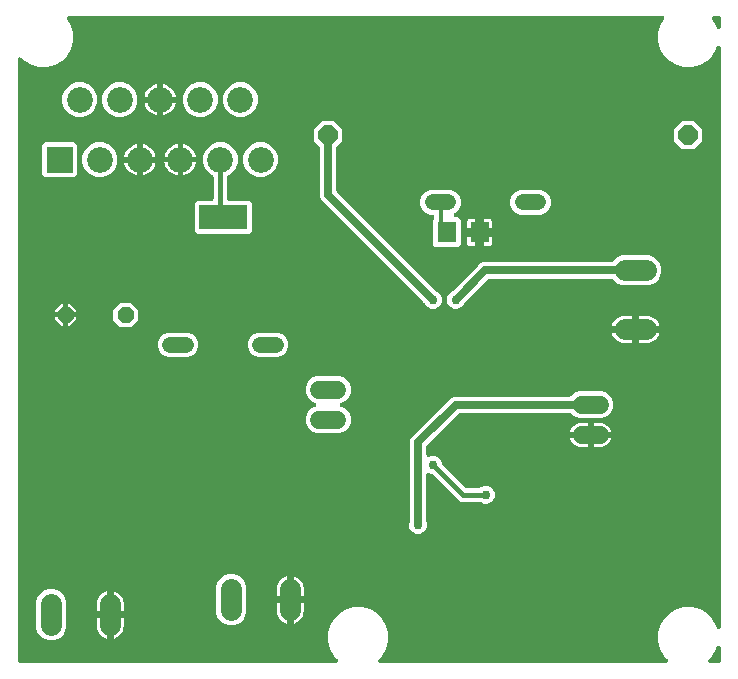
<source format=gbr>
G04 EAGLE Gerber RS-274X export*
G75*
%MOMM*%
%FSLAX34Y34*%
%LPD*%
%INBottom Copper*%
%IPPOS*%
%AMOC8*
5,1,8,0,0,1.08239X$1,22.5*%
G01*
%ADD10P,1.429621X8X202.500000*%
%ADD11R,1.600000X1.800000*%
%ADD12C,1.320800*%
%ADD13C,1.524000*%
%ADD14P,1.785944X8X22.500000*%
%ADD15R,2.184400X2.184400*%
%ADD16C,2.184400*%
%ADD17C,1.790700*%
%ADD18R,4.064000X2.032000*%
%ADD19C,0.756400*%
%ADD20C,0.635000*%
%ADD21C,0.304800*%
%ADD22C,0.381000*%

G36*
X279553Y10164D02*
X279553Y10164D01*
X279586Y10162D01*
X279747Y10184D01*
X279908Y10201D01*
X279939Y10211D01*
X279972Y10215D01*
X280125Y10270D01*
X280279Y10319D01*
X280308Y10335D01*
X280340Y10346D01*
X280478Y10430D01*
X280619Y10510D01*
X280644Y10532D01*
X280672Y10549D01*
X280791Y10660D01*
X280913Y10766D01*
X280933Y10793D01*
X280957Y10815D01*
X281050Y10948D01*
X281148Y11077D01*
X281162Y11107D01*
X281181Y11134D01*
X281245Y11283D01*
X281315Y11429D01*
X281323Y11461D01*
X281336Y11492D01*
X281369Y11651D01*
X281407Y11808D01*
X281408Y11841D01*
X281415Y11874D01*
X281414Y12036D01*
X281420Y12198D01*
X281414Y12230D01*
X281414Y12264D01*
X281380Y12422D01*
X281353Y12582D01*
X281341Y12612D01*
X281334Y12645D01*
X281269Y12794D01*
X281209Y12944D01*
X281191Y12972D01*
X281178Y13002D01*
X281127Y13069D01*
X280995Y13269D01*
X280911Y13353D01*
X280866Y13411D01*
X278124Y16154D01*
X274780Y21946D01*
X273049Y28406D01*
X273049Y35094D01*
X274780Y41554D01*
X278124Y47346D01*
X282854Y52076D01*
X288646Y55420D01*
X295106Y57151D01*
X301794Y57151D01*
X308254Y55420D01*
X314046Y52076D01*
X318776Y47346D01*
X322120Y41554D01*
X323851Y35094D01*
X323851Y28406D01*
X322120Y21946D01*
X318776Y16154D01*
X316034Y13411D01*
X316013Y13386D01*
X315987Y13364D01*
X315890Y13235D01*
X315788Y13109D01*
X315772Y13080D01*
X315752Y13053D01*
X315683Y12907D01*
X315608Y12763D01*
X315599Y12731D01*
X315585Y12701D01*
X315547Y12544D01*
X315503Y12388D01*
X315501Y12354D01*
X315493Y12322D01*
X315488Y12160D01*
X315477Y11999D01*
X315482Y11966D01*
X315480Y11932D01*
X315508Y11773D01*
X315530Y11613D01*
X315541Y11581D01*
X315547Y11548D01*
X315607Y11398D01*
X315661Y11245D01*
X315679Y11217D01*
X315691Y11186D01*
X315780Y11051D01*
X315864Y10913D01*
X315887Y10888D01*
X315905Y10860D01*
X316020Y10746D01*
X316131Y10628D01*
X316158Y10609D01*
X316181Y10585D01*
X316317Y10497D01*
X316449Y10404D01*
X316480Y10391D01*
X316508Y10372D01*
X316658Y10313D01*
X316807Y10249D01*
X316840Y10242D01*
X316871Y10230D01*
X316953Y10219D01*
X317189Y10170D01*
X317308Y10171D01*
X317380Y10161D01*
X558920Y10161D01*
X558953Y10164D01*
X558986Y10162D01*
X559147Y10184D01*
X559308Y10201D01*
X559339Y10211D01*
X559372Y10215D01*
X559525Y10270D01*
X559679Y10319D01*
X559708Y10335D01*
X559740Y10346D01*
X559878Y10430D01*
X560019Y10510D01*
X560044Y10532D01*
X560072Y10549D01*
X560191Y10660D01*
X560313Y10766D01*
X560333Y10793D01*
X560357Y10815D01*
X560450Y10948D01*
X560548Y11077D01*
X560562Y11107D01*
X560581Y11134D01*
X560645Y11283D01*
X560715Y11429D01*
X560723Y11461D01*
X560736Y11492D01*
X560769Y11651D01*
X560807Y11808D01*
X560808Y11841D01*
X560815Y11874D01*
X560814Y12036D01*
X560820Y12198D01*
X560814Y12230D01*
X560814Y12264D01*
X560780Y12422D01*
X560753Y12582D01*
X560741Y12612D01*
X560734Y12645D01*
X560669Y12794D01*
X560609Y12944D01*
X560591Y12972D01*
X560578Y13002D01*
X560527Y13069D01*
X560395Y13269D01*
X560311Y13353D01*
X560266Y13411D01*
X557524Y16154D01*
X554180Y21946D01*
X552449Y28406D01*
X552449Y35094D01*
X554180Y41554D01*
X557524Y47346D01*
X562254Y52076D01*
X568046Y55420D01*
X574506Y57151D01*
X581194Y57151D01*
X587654Y55420D01*
X593446Y52076D01*
X598176Y47346D01*
X601520Y41554D01*
X601846Y40338D01*
X601896Y40206D01*
X601939Y40071D01*
X601965Y40024D01*
X601985Y39974D01*
X602061Y39855D01*
X602130Y39732D01*
X602165Y39691D01*
X602195Y39645D01*
X602293Y39544D01*
X602386Y39438D01*
X602429Y39405D01*
X602467Y39367D01*
X602584Y39288D01*
X602697Y39203D01*
X602746Y39180D01*
X602791Y39149D01*
X602922Y39096D01*
X603049Y39036D01*
X603102Y39023D01*
X603152Y39003D01*
X603291Y38977D01*
X603428Y38944D01*
X603482Y38942D01*
X603535Y38932D01*
X603676Y38936D01*
X603818Y38931D01*
X603871Y38940D01*
X603925Y38942D01*
X604063Y38974D01*
X604202Y38998D01*
X604252Y39018D01*
X604305Y39030D01*
X604433Y39090D01*
X604564Y39141D01*
X604609Y39171D01*
X604658Y39194D01*
X604772Y39278D01*
X604890Y39356D01*
X604928Y39394D01*
X604971Y39426D01*
X605065Y39532D01*
X605165Y39632D01*
X605194Y39677D01*
X605230Y39718D01*
X605301Y39840D01*
X605378Y39958D01*
X605397Y40009D01*
X605424Y40056D01*
X605468Y40190D01*
X605520Y40321D01*
X605526Y40365D01*
X605546Y40426D01*
X605589Y40813D01*
X605588Y40822D01*
X605589Y40831D01*
X605589Y530669D01*
X605575Y530810D01*
X605568Y530951D01*
X605555Y531003D01*
X605549Y531057D01*
X605507Y531192D01*
X605472Y531328D01*
X605448Y531377D01*
X605431Y531429D01*
X605362Y531552D01*
X605300Y531678D01*
X605267Y531721D01*
X605240Y531768D01*
X605147Y531875D01*
X605061Y531986D01*
X605019Y532021D01*
X604984Y532062D01*
X604871Y532147D01*
X604764Y532239D01*
X604716Y532265D01*
X604673Y532297D01*
X604545Y532358D01*
X604422Y532425D01*
X604370Y532441D01*
X604321Y532464D01*
X604184Y532498D01*
X604049Y532539D01*
X603995Y532543D01*
X603942Y532556D01*
X603801Y532561D01*
X603660Y532573D01*
X603607Y532567D01*
X603552Y532569D01*
X603414Y532545D01*
X603273Y532529D01*
X603222Y532511D01*
X603168Y532502D01*
X603037Y532450D01*
X602903Y532406D01*
X602856Y532378D01*
X602806Y532359D01*
X602688Y532281D01*
X602566Y532210D01*
X602526Y532174D01*
X602481Y532144D01*
X602381Y532044D01*
X602276Y531950D01*
X602244Y531906D01*
X602205Y531868D01*
X602128Y531750D01*
X602045Y531636D01*
X602027Y531595D01*
X601992Y531542D01*
X601850Y531179D01*
X601849Y531170D01*
X601846Y531162D01*
X601520Y529946D01*
X598176Y524154D01*
X593446Y519424D01*
X587654Y516080D01*
X581194Y514349D01*
X574506Y514349D01*
X568046Y516080D01*
X562254Y519424D01*
X557524Y524154D01*
X554180Y529946D01*
X552449Y536406D01*
X552449Y543094D01*
X554180Y549554D01*
X557430Y555183D01*
X557501Y555342D01*
X557576Y555499D01*
X557581Y555520D01*
X557589Y555539D01*
X557627Y555709D01*
X557668Y555878D01*
X557668Y555899D01*
X557673Y555919D01*
X557675Y556094D01*
X557680Y556268D01*
X557677Y556288D01*
X557677Y556309D01*
X557643Y556481D01*
X557614Y556652D01*
X557606Y556671D01*
X557602Y556692D01*
X557534Y556852D01*
X557470Y557014D01*
X557459Y557031D01*
X557450Y557051D01*
X557351Y557194D01*
X557256Y557340D01*
X557241Y557354D01*
X557229Y557372D01*
X557103Y557492D01*
X556980Y557615D01*
X556962Y557626D01*
X556947Y557641D01*
X556799Y557732D01*
X556653Y557828D01*
X556634Y557835D01*
X556616Y557846D01*
X556452Y557906D01*
X556290Y557970D01*
X556273Y557972D01*
X556250Y557981D01*
X555864Y558037D01*
X555815Y558035D01*
X555781Y558039D01*
X53819Y558039D01*
X53646Y558021D01*
X53472Y558007D01*
X53452Y558001D01*
X53431Y557999D01*
X53266Y557947D01*
X53098Y557898D01*
X53080Y557888D01*
X53060Y557881D01*
X52908Y557796D01*
X52755Y557714D01*
X52738Y557700D01*
X52720Y557690D01*
X52589Y557576D01*
X52455Y557464D01*
X52442Y557448D01*
X52427Y557434D01*
X52322Y557295D01*
X52213Y557158D01*
X52204Y557140D01*
X52191Y557123D01*
X52117Y556966D01*
X52039Y556810D01*
X52033Y556790D01*
X52024Y556771D01*
X51983Y556602D01*
X51938Y556433D01*
X51937Y556412D01*
X51932Y556392D01*
X51927Y556219D01*
X51917Y556044D01*
X51920Y556023D01*
X51920Y556002D01*
X51949Y555831D01*
X51975Y555659D01*
X51982Y555642D01*
X51986Y555618D01*
X52130Y555256D01*
X52157Y555215D01*
X52170Y555183D01*
X55420Y549554D01*
X57151Y543094D01*
X57151Y536406D01*
X55420Y529946D01*
X52076Y524154D01*
X47346Y519424D01*
X41554Y516080D01*
X35094Y514349D01*
X28406Y514349D01*
X21946Y516080D01*
X16154Y519424D01*
X13411Y522166D01*
X13386Y522187D01*
X13364Y522213D01*
X13235Y522310D01*
X13109Y522412D01*
X13080Y522428D01*
X13053Y522448D01*
X12907Y522517D01*
X12763Y522592D01*
X12731Y522601D01*
X12701Y522615D01*
X12544Y522653D01*
X12388Y522697D01*
X12354Y522699D01*
X12322Y522707D01*
X12160Y522712D01*
X11999Y522723D01*
X11966Y522718D01*
X11932Y522720D01*
X11773Y522692D01*
X11613Y522670D01*
X11581Y522659D01*
X11548Y522653D01*
X11398Y522593D01*
X11245Y522539D01*
X11217Y522521D01*
X11186Y522509D01*
X11051Y522420D01*
X10913Y522336D01*
X10888Y522313D01*
X10860Y522295D01*
X10746Y522180D01*
X10628Y522069D01*
X10609Y522042D01*
X10585Y522019D01*
X10497Y521883D01*
X10404Y521751D01*
X10391Y521720D01*
X10372Y521692D01*
X10313Y521542D01*
X10249Y521393D01*
X10242Y521360D01*
X10230Y521329D01*
X10219Y521247D01*
X10170Y521011D01*
X10171Y520892D01*
X10161Y520820D01*
X10161Y12065D01*
X10168Y11999D01*
X10165Y11932D01*
X10187Y11805D01*
X10201Y11677D01*
X10221Y11614D01*
X10232Y11548D01*
X10280Y11429D01*
X10319Y11306D01*
X10351Y11248D01*
X10376Y11186D01*
X10447Y11079D01*
X10510Y10966D01*
X10554Y10916D01*
X10590Y10860D01*
X10681Y10769D01*
X10766Y10672D01*
X10819Y10632D01*
X10866Y10585D01*
X10974Y10515D01*
X11077Y10437D01*
X11137Y10409D01*
X11193Y10372D01*
X11313Y10325D01*
X11429Y10270D01*
X11494Y10254D01*
X11556Y10230D01*
X11642Y10218D01*
X11808Y10178D01*
X11978Y10173D01*
X12065Y10161D01*
X279520Y10161D01*
X279553Y10164D01*
G37*
%LPC*%
G36*
X347740Y119407D02*
X347740Y119407D01*
X344949Y120563D01*
X342813Y122699D01*
X341657Y125490D01*
X341657Y128510D01*
X342119Y129626D01*
X342153Y129737D01*
X342195Y129845D01*
X342203Y129907D01*
X342231Y129999D01*
X342256Y130293D01*
X342264Y130355D01*
X342264Y198240D01*
X343328Y200807D01*
X377043Y234522D01*
X379610Y235586D01*
X477711Y235586D01*
X477810Y235596D01*
X477910Y235596D01*
X478004Y235616D01*
X478099Y235626D01*
X478194Y235656D01*
X478292Y235676D01*
X478379Y235715D01*
X478471Y235744D01*
X478558Y235793D01*
X478649Y235832D01*
X478707Y235877D01*
X478810Y235935D01*
X478992Y236093D01*
X479058Y236143D01*
X481205Y238290D01*
X485406Y240031D01*
X505194Y240031D01*
X509395Y238290D01*
X512610Y235075D01*
X514351Y230874D01*
X514351Y226326D01*
X512610Y222125D01*
X509395Y218910D01*
X505194Y217169D01*
X485406Y217169D01*
X481205Y218910D01*
X479058Y221057D01*
X478981Y221119D01*
X478910Y221190D01*
X478830Y221242D01*
X478756Y221302D01*
X478667Y221348D01*
X478584Y221403D01*
X478494Y221438D01*
X478409Y221482D01*
X478314Y221509D01*
X478221Y221545D01*
X478149Y221555D01*
X478034Y221587D01*
X477794Y221603D01*
X477711Y221614D01*
X384682Y221614D01*
X384583Y221604D01*
X384484Y221604D01*
X384390Y221584D01*
X384295Y221574D01*
X384200Y221544D01*
X384102Y221524D01*
X384014Y221485D01*
X383923Y221456D01*
X383836Y221407D01*
X383745Y221368D01*
X383687Y221323D01*
X383583Y221265D01*
X383402Y221107D01*
X383336Y221057D01*
X356793Y194514D01*
X356731Y194437D01*
X356660Y194366D01*
X356608Y194286D01*
X356548Y194212D01*
X356502Y194123D01*
X356447Y194040D01*
X356412Y193951D01*
X356368Y193866D01*
X356341Y193770D01*
X356305Y193677D01*
X356295Y193605D01*
X356263Y193490D01*
X356247Y193250D01*
X356236Y193168D01*
X356236Y186501D01*
X356241Y186452D01*
X356238Y186402D01*
X356261Y186258D01*
X356276Y186114D01*
X356291Y186066D01*
X356298Y186017D01*
X356350Y185881D01*
X356394Y185742D01*
X356418Y185699D01*
X356436Y185652D01*
X356514Y185529D01*
X356585Y185402D01*
X356618Y185365D01*
X356644Y185323D01*
X356746Y185218D01*
X356841Y185109D01*
X356881Y185079D01*
X356916Y185043D01*
X357036Y184961D01*
X357152Y184873D01*
X357197Y184852D01*
X357238Y184824D01*
X357373Y184769D01*
X357504Y184706D01*
X357552Y184695D01*
X357599Y184676D01*
X357742Y184649D01*
X357883Y184614D01*
X357933Y184613D01*
X357982Y184604D01*
X358127Y184606D01*
X358273Y184602D01*
X358322Y184610D01*
X358372Y184611D01*
X358458Y184634D01*
X358657Y184668D01*
X358790Y184721D01*
X358869Y184742D01*
X360440Y185393D01*
X363460Y185393D01*
X366251Y184237D01*
X368387Y182101D01*
X369543Y179310D01*
X369543Y179079D01*
X369553Y178980D01*
X369553Y178881D01*
X369573Y178787D01*
X369583Y178692D01*
X369613Y178597D01*
X369633Y178499D01*
X369672Y178411D01*
X369701Y178320D01*
X369750Y178233D01*
X369789Y178142D01*
X369834Y178084D01*
X369892Y177980D01*
X370050Y177799D01*
X370100Y177733D01*
X389160Y158673D01*
X389237Y158611D01*
X389308Y158540D01*
X389388Y158488D01*
X389462Y158428D01*
X389551Y158382D01*
X389634Y158327D01*
X389723Y158292D01*
X389808Y158248D01*
X389904Y158221D01*
X389997Y158185D01*
X390069Y158175D01*
X390184Y158143D01*
X390424Y158127D01*
X390506Y158116D01*
X400589Y158116D01*
X400688Y158126D01*
X400788Y158126D01*
X400882Y158146D01*
X400977Y158156D01*
X401072Y158186D01*
X401169Y158206D01*
X401257Y158245D01*
X401348Y158274D01*
X401435Y158323D01*
X401526Y158362D01*
X401585Y158407D01*
X401688Y158465D01*
X401869Y158623D01*
X401936Y158673D01*
X402099Y158837D01*
X404890Y159993D01*
X407910Y159993D01*
X410701Y158837D01*
X412837Y156701D01*
X413993Y153910D01*
X413993Y150890D01*
X412837Y148099D01*
X410701Y145963D01*
X407910Y144807D01*
X404890Y144807D01*
X402099Y145963D01*
X401936Y146127D01*
X401859Y146189D01*
X401788Y146260D01*
X401708Y146312D01*
X401633Y146372D01*
X401545Y146418D01*
X401462Y146473D01*
X401372Y146508D01*
X401287Y146552D01*
X401191Y146579D01*
X401099Y146615D01*
X401026Y146625D01*
X400912Y146657D01*
X400672Y146673D01*
X400589Y146684D01*
X386213Y146684D01*
X384112Y147554D01*
X362017Y169650D01*
X361940Y169712D01*
X361869Y169783D01*
X361789Y169835D01*
X361715Y169895D01*
X361626Y169941D01*
X361543Y169996D01*
X361454Y170031D01*
X361369Y170075D01*
X361273Y170102D01*
X361180Y170138D01*
X361108Y170148D01*
X360993Y170180D01*
X360753Y170196D01*
X360671Y170207D01*
X360440Y170207D01*
X358869Y170858D01*
X358821Y170872D01*
X358776Y170894D01*
X358634Y170928D01*
X358495Y170970D01*
X358446Y170974D01*
X358397Y170986D01*
X358252Y170990D01*
X358107Y171003D01*
X358057Y170997D01*
X358007Y170998D01*
X357864Y170973D01*
X357720Y170956D01*
X357673Y170940D01*
X357623Y170932D01*
X357489Y170878D01*
X357350Y170832D01*
X357307Y170806D01*
X357261Y170788D01*
X357140Y170708D01*
X357014Y170634D01*
X356977Y170601D01*
X356935Y170574D01*
X356833Y170471D01*
X356725Y170373D01*
X356696Y170333D01*
X356660Y170297D01*
X356581Y170175D01*
X356495Y170058D01*
X356475Y170013D01*
X356447Y169971D01*
X356394Y169836D01*
X356334Y169703D01*
X356323Y169655D01*
X356305Y169608D01*
X356293Y169520D01*
X356249Y169323D01*
X356247Y169180D01*
X356236Y169099D01*
X356236Y130355D01*
X356248Y130239D01*
X356250Y130123D01*
X356266Y130062D01*
X356276Y129967D01*
X356365Y129686D01*
X356381Y129626D01*
X356843Y128510D01*
X356843Y125490D01*
X355687Y122699D01*
X353551Y120563D01*
X350760Y119407D01*
X347740Y119407D01*
G37*
%LPD*%
%LPC*%
G36*
X379490Y309907D02*
X379490Y309907D01*
X376699Y311063D01*
X374563Y313199D01*
X373407Y315990D01*
X373407Y319010D01*
X374563Y321801D01*
X376699Y323937D01*
X377815Y324399D01*
X377917Y324454D01*
X378023Y324501D01*
X378073Y324538D01*
X378157Y324584D01*
X378383Y324774D01*
X378432Y324812D01*
X399810Y346189D01*
X402043Y348422D01*
X404610Y349486D01*
X512592Y349486D01*
X512691Y349496D01*
X512791Y349496D01*
X512885Y349516D01*
X512980Y349526D01*
X513075Y349556D01*
X513172Y349576D01*
X513260Y349615D01*
X513351Y349644D01*
X513438Y349693D01*
X513529Y349732D01*
X513587Y349777D01*
X513691Y349835D01*
X513872Y349993D01*
X513939Y350043D01*
X517216Y353321D01*
X521907Y355264D01*
X544893Y355264D01*
X549584Y353321D01*
X553175Y349730D01*
X555118Y345039D01*
X555118Y339961D01*
X553175Y335270D01*
X549584Y331679D01*
X544893Y329736D01*
X521907Y329736D01*
X517216Y331679D01*
X513939Y334957D01*
X513861Y335019D01*
X513791Y335090D01*
X513711Y335142D01*
X513636Y335202D01*
X513548Y335248D01*
X513464Y335303D01*
X513375Y335338D01*
X513290Y335382D01*
X513194Y335409D01*
X513102Y335445D01*
X513029Y335455D01*
X512915Y335487D01*
X512675Y335503D01*
X512592Y335514D01*
X409682Y335514D01*
X409583Y335504D01*
X409484Y335504D01*
X409390Y335484D01*
X409295Y335474D01*
X409200Y335444D01*
X409102Y335424D01*
X409014Y335385D01*
X408923Y335356D01*
X408836Y335307D01*
X408745Y335268D01*
X408687Y335223D01*
X408583Y335165D01*
X408402Y335007D01*
X408336Y334957D01*
X388312Y314932D01*
X388238Y314842D01*
X388158Y314759D01*
X388126Y314705D01*
X388066Y314630D01*
X387930Y314368D01*
X387899Y314315D01*
X387437Y313199D01*
X385301Y311063D01*
X382510Y309907D01*
X379490Y309907D01*
G37*
%LPD*%
%LPC*%
G36*
X360440Y309907D02*
X360440Y309907D01*
X357649Y311063D01*
X355513Y313199D01*
X355051Y314315D01*
X354996Y314417D01*
X354949Y314523D01*
X354912Y314573D01*
X354866Y314657D01*
X354676Y314883D01*
X354638Y314932D01*
X269361Y400210D01*
X267128Y402443D01*
X266064Y405010D01*
X266064Y446341D01*
X266054Y446439D01*
X266054Y446539D01*
X266034Y446633D01*
X266024Y446728D01*
X265994Y446823D01*
X265974Y446921D01*
X265935Y447008D01*
X265906Y447100D01*
X265857Y447187D01*
X265818Y447278D01*
X265773Y447336D01*
X265715Y447439D01*
X265557Y447621D01*
X265507Y447687D01*
X260989Y452204D01*
X260989Y462196D01*
X268054Y469261D01*
X278046Y469261D01*
X285111Y462196D01*
X285111Y452204D01*
X280593Y447687D01*
X280531Y447610D01*
X280460Y447539D01*
X280408Y447459D01*
X280348Y447385D01*
X280302Y447296D01*
X280247Y447213D01*
X280212Y447124D01*
X280168Y447038D01*
X280141Y446943D01*
X280105Y446850D01*
X280095Y446778D01*
X280063Y446663D01*
X280047Y446423D01*
X280036Y446341D01*
X280036Y410082D01*
X280046Y409983D01*
X280046Y409884D01*
X280066Y409790D01*
X280076Y409695D01*
X280106Y409600D01*
X280126Y409502D01*
X280165Y409414D01*
X280194Y409323D01*
X280243Y409236D01*
X280282Y409145D01*
X280327Y409087D01*
X280385Y408983D01*
X280469Y408887D01*
X280494Y408849D01*
X280550Y408793D01*
X280593Y408736D01*
X364518Y324812D01*
X364608Y324738D01*
X364691Y324658D01*
X364745Y324626D01*
X364820Y324566D01*
X365082Y324430D01*
X365135Y324399D01*
X366251Y323937D01*
X368387Y321801D01*
X369543Y319010D01*
X369543Y315990D01*
X368387Y313199D01*
X366251Y311063D01*
X363460Y309907D01*
X360440Y309907D01*
G37*
%LPD*%
%LPC*%
G36*
X162252Y373379D02*
X162252Y373379D01*
X160019Y375612D01*
X160019Y399088D01*
X162252Y401321D01*
X174244Y401321D01*
X174310Y401328D01*
X174377Y401325D01*
X174504Y401347D01*
X174632Y401361D01*
X174695Y401381D01*
X174761Y401392D01*
X174880Y401440D01*
X175003Y401479D01*
X175061Y401511D01*
X175123Y401536D01*
X175230Y401607D01*
X175343Y401670D01*
X175393Y401714D01*
X175449Y401750D01*
X175540Y401841D01*
X175637Y401926D01*
X175677Y401979D01*
X175724Y402026D01*
X175794Y402134D01*
X175872Y402237D01*
X175900Y402297D01*
X175937Y402353D01*
X175984Y402473D01*
X176039Y402589D01*
X176055Y402654D01*
X176079Y402716D01*
X176091Y402802D01*
X176131Y402968D01*
X176136Y403138D01*
X176148Y403225D01*
X176148Y421267D01*
X176140Y421349D01*
X176141Y421432D01*
X176120Y421543D01*
X176108Y421654D01*
X176083Y421733D01*
X176068Y421815D01*
X176024Y421919D01*
X175990Y422026D01*
X175950Y422098D01*
X175918Y422175D01*
X175854Y422267D01*
X175799Y422365D01*
X175744Y422428D01*
X175698Y422497D01*
X175617Y422574D01*
X175543Y422659D01*
X175477Y422709D01*
X175417Y422767D01*
X175346Y422808D01*
X175232Y422894D01*
X175050Y422981D01*
X174973Y423026D01*
X173519Y423628D01*
X169374Y427773D01*
X167131Y433187D01*
X167131Y439049D01*
X169374Y444463D01*
X173519Y448608D01*
X178933Y450851D01*
X184795Y450851D01*
X190209Y448608D01*
X194354Y444463D01*
X196597Y439049D01*
X196597Y433187D01*
X194354Y427773D01*
X190209Y423628D01*
X188755Y423026D01*
X188682Y422986D01*
X188605Y422956D01*
X188511Y422894D01*
X188412Y422841D01*
X188349Y422787D01*
X188279Y422741D01*
X188200Y422662D01*
X188114Y422589D01*
X188063Y422524D01*
X188004Y422465D01*
X187943Y422371D01*
X187874Y422283D01*
X187837Y422208D01*
X187791Y422139D01*
X187750Y422034D01*
X187700Y421934D01*
X187679Y421853D01*
X187649Y421776D01*
X187638Y421695D01*
X187602Y421556D01*
X187592Y421355D01*
X187580Y421267D01*
X187580Y403225D01*
X187587Y403159D01*
X187584Y403092D01*
X187606Y402965D01*
X187620Y402837D01*
X187640Y402774D01*
X187651Y402708D01*
X187699Y402589D01*
X187738Y402466D01*
X187770Y402408D01*
X187795Y402346D01*
X187866Y402239D01*
X187929Y402126D01*
X187973Y402076D01*
X188009Y402020D01*
X188100Y401929D01*
X188185Y401832D01*
X188238Y401792D01*
X188285Y401745D01*
X188393Y401675D01*
X188496Y401597D01*
X188556Y401569D01*
X188612Y401532D01*
X188732Y401485D01*
X188848Y401430D01*
X188913Y401414D01*
X188975Y401390D01*
X189061Y401378D01*
X189227Y401338D01*
X189397Y401333D01*
X189484Y401321D01*
X206048Y401321D01*
X208281Y399088D01*
X208281Y375612D01*
X206048Y373379D01*
X162252Y373379D01*
G37*
%LPD*%
%LPC*%
G36*
X263156Y204469D02*
X263156Y204469D01*
X258955Y206210D01*
X255740Y209425D01*
X253999Y213626D01*
X253999Y218174D01*
X255740Y222375D01*
X258955Y225591D01*
X261973Y226841D01*
X262002Y226857D01*
X262034Y226867D01*
X262174Y226949D01*
X262316Y227026D01*
X262342Y227047D01*
X262370Y227064D01*
X262490Y227173D01*
X262614Y227277D01*
X262635Y227303D01*
X262660Y227326D01*
X262755Y227457D01*
X262855Y227584D01*
X262870Y227613D01*
X262889Y227640D01*
X262956Y227788D01*
X263028Y227933D01*
X263037Y227965D01*
X263050Y227996D01*
X263086Y228153D01*
X263127Y228310D01*
X263128Y228343D01*
X263136Y228376D01*
X263138Y228537D01*
X263146Y228699D01*
X263141Y228732D01*
X263142Y228766D01*
X263111Y228924D01*
X263086Y229085D01*
X263074Y229116D01*
X263068Y229148D01*
X263006Y229298D01*
X262949Y229449D01*
X262931Y229478D01*
X262918Y229508D01*
X262827Y229642D01*
X262740Y229779D01*
X262717Y229803D01*
X262698Y229830D01*
X262582Y229942D01*
X262469Y230059D01*
X262441Y230077D01*
X262417Y230100D01*
X262345Y230142D01*
X262146Y230277D01*
X262036Y230323D01*
X261973Y230359D01*
X258955Y231610D01*
X255740Y234825D01*
X253999Y239026D01*
X253999Y243574D01*
X255740Y247775D01*
X258955Y250990D01*
X263156Y252731D01*
X282944Y252731D01*
X287145Y250990D01*
X290360Y247775D01*
X292101Y243574D01*
X292101Y239026D01*
X290360Y234825D01*
X287145Y231610D01*
X284127Y230359D01*
X284097Y230343D01*
X284066Y230333D01*
X283927Y230251D01*
X283784Y230174D01*
X283758Y230153D01*
X283730Y230136D01*
X283610Y230027D01*
X283486Y229923D01*
X283465Y229897D01*
X283441Y229874D01*
X283345Y229744D01*
X283245Y229616D01*
X283230Y229586D01*
X283211Y229560D01*
X283144Y229412D01*
X283072Y229267D01*
X283064Y229235D01*
X283050Y229205D01*
X283014Y229047D01*
X282973Y228890D01*
X282972Y228857D01*
X282964Y228824D01*
X282962Y228663D01*
X282954Y228501D01*
X282959Y228468D01*
X282958Y228434D01*
X282989Y228276D01*
X283014Y228115D01*
X283026Y228084D01*
X283032Y228052D01*
X283094Y227902D01*
X283151Y227751D01*
X283169Y227723D01*
X283182Y227692D01*
X283273Y227558D01*
X283360Y227421D01*
X283383Y227398D01*
X283402Y227370D01*
X283519Y227258D01*
X283631Y227142D01*
X283659Y227123D01*
X283683Y227100D01*
X283755Y227058D01*
X283954Y226923D01*
X284064Y226878D01*
X284127Y226841D01*
X287145Y225591D01*
X290360Y222375D01*
X292101Y218174D01*
X292101Y213626D01*
X290360Y209425D01*
X287145Y206210D01*
X282944Y204469D01*
X263156Y204469D01*
G37*
%LPD*%
%LPC*%
G36*
X363772Y361839D02*
X363772Y361839D01*
X361539Y364072D01*
X361539Y385228D01*
X362408Y386097D01*
X362470Y386174D01*
X362541Y386244D01*
X362593Y386325D01*
X362653Y386399D01*
X362699Y386487D01*
X362754Y386571D01*
X362789Y386660D01*
X362833Y386745D01*
X362860Y386841D01*
X362896Y386934D01*
X362906Y387006D01*
X362938Y387121D01*
X362954Y387361D01*
X362965Y387443D01*
X362965Y387731D01*
X362958Y387797D01*
X362961Y387864D01*
X362939Y387991D01*
X362925Y388119D01*
X362905Y388182D01*
X362894Y388248D01*
X362846Y388367D01*
X362807Y388490D01*
X362775Y388548D01*
X362750Y388610D01*
X362679Y388717D01*
X362616Y388830D01*
X362572Y388880D01*
X362536Y388936D01*
X362445Y389027D01*
X362360Y389124D01*
X362307Y389164D01*
X362260Y389211D01*
X362152Y389281D01*
X362049Y389359D01*
X361989Y389387D01*
X361933Y389424D01*
X361813Y389471D01*
X361697Y389526D01*
X361632Y389542D01*
X361570Y389566D01*
X361484Y389578D01*
X361318Y389618D01*
X361148Y389623D01*
X361061Y389635D01*
X359624Y389635D01*
X355796Y391221D01*
X352867Y394150D01*
X351281Y397978D01*
X351281Y402122D01*
X352867Y405950D01*
X355796Y408879D01*
X359624Y410465D01*
X376976Y410465D01*
X380804Y408879D01*
X383733Y405950D01*
X385319Y402122D01*
X385319Y397978D01*
X383733Y394150D01*
X380804Y391221D01*
X380570Y391124D01*
X380556Y391116D01*
X380540Y391111D01*
X380385Y391024D01*
X380227Y390939D01*
X380215Y390928D01*
X380200Y390920D01*
X380066Y390803D01*
X379929Y390688D01*
X379919Y390675D01*
X379907Y390664D01*
X379799Y390522D01*
X379689Y390381D01*
X379681Y390366D01*
X379671Y390353D01*
X379595Y390192D01*
X379516Y390032D01*
X379511Y390016D01*
X379504Y390001D01*
X379462Y389827D01*
X379417Y389655D01*
X379416Y389638D01*
X379412Y389622D01*
X379406Y389444D01*
X379397Y389266D01*
X379400Y389249D01*
X379399Y389232D01*
X379430Y389057D01*
X379458Y388880D01*
X379463Y388865D01*
X379466Y388848D01*
X379532Y388682D01*
X379595Y388516D01*
X379604Y388502D01*
X379610Y388486D01*
X379708Y388337D01*
X379803Y388186D01*
X379815Y388175D01*
X379824Y388160D01*
X379951Y388034D01*
X380075Y387907D01*
X380088Y387897D01*
X380100Y387885D01*
X380251Y387787D01*
X380397Y387688D01*
X380413Y387681D01*
X380427Y387672D01*
X380593Y387607D01*
X380758Y387539D01*
X380774Y387536D01*
X380790Y387530D01*
X380851Y387522D01*
X381141Y387467D01*
X381237Y387469D01*
X381299Y387461D01*
X382928Y387461D01*
X385161Y385228D01*
X385161Y364072D01*
X382928Y361839D01*
X363772Y361839D01*
G37*
%LPD*%
%LPC*%
G36*
X35961Y29082D02*
X35961Y29082D01*
X31270Y31025D01*
X27679Y34616D01*
X25736Y39307D01*
X25736Y62293D01*
X27679Y66984D01*
X31270Y70575D01*
X35961Y72518D01*
X41039Y72518D01*
X45730Y70575D01*
X49321Y66984D01*
X51264Y62293D01*
X51264Y39307D01*
X49321Y34616D01*
X45730Y31025D01*
X41039Y29082D01*
X35961Y29082D01*
G37*
%LPD*%
%LPC*%
G36*
X188361Y41782D02*
X188361Y41782D01*
X183670Y43725D01*
X180079Y47316D01*
X178136Y52007D01*
X178136Y74993D01*
X180079Y79684D01*
X183670Y83275D01*
X188361Y85218D01*
X193439Y85218D01*
X198130Y83275D01*
X201721Y79684D01*
X203664Y74993D01*
X203664Y52007D01*
X201721Y47316D01*
X198130Y43725D01*
X193439Y41782D01*
X188361Y41782D01*
G37*
%LPD*%
%LPC*%
G36*
X33220Y421385D02*
X33220Y421385D01*
X30987Y423618D01*
X30987Y448618D01*
X33220Y450851D01*
X58220Y450851D01*
X60453Y448618D01*
X60453Y423618D01*
X58220Y421385D01*
X33220Y421385D01*
G37*
%LPD*%
%LPC*%
G36*
X76825Y421385D02*
X76825Y421385D01*
X71411Y423628D01*
X67266Y427773D01*
X65023Y433187D01*
X65023Y439049D01*
X67266Y444463D01*
X71411Y448608D01*
X76825Y450851D01*
X82687Y450851D01*
X88101Y448608D01*
X92246Y444463D01*
X94489Y439049D01*
X94489Y433187D01*
X92246Y427773D01*
X88101Y423628D01*
X82687Y421385D01*
X76825Y421385D01*
G37*
%LPD*%
%LPC*%
G36*
X195951Y472185D02*
X195951Y472185D01*
X190537Y474428D01*
X186392Y478573D01*
X184149Y483987D01*
X184149Y489849D01*
X186392Y495263D01*
X190537Y499408D01*
X195951Y501651D01*
X201813Y501651D01*
X207227Y499408D01*
X211372Y495263D01*
X213615Y489849D01*
X213615Y483987D01*
X211372Y478573D01*
X207227Y474428D01*
X201813Y472185D01*
X195951Y472185D01*
G37*
%LPD*%
%LPC*%
G36*
X161915Y472185D02*
X161915Y472185D01*
X156501Y474428D01*
X152356Y478573D01*
X150113Y483987D01*
X150113Y489849D01*
X152356Y495263D01*
X156501Y499408D01*
X161915Y501651D01*
X167777Y501651D01*
X173191Y499408D01*
X177336Y495263D01*
X179579Y489849D01*
X179579Y483987D01*
X177336Y478573D01*
X173191Y474428D01*
X167777Y472185D01*
X161915Y472185D01*
G37*
%LPD*%
%LPC*%
G36*
X93843Y472185D02*
X93843Y472185D01*
X88429Y474428D01*
X84284Y478573D01*
X82041Y483987D01*
X82041Y489849D01*
X84284Y495263D01*
X88429Y499408D01*
X93843Y501651D01*
X99705Y501651D01*
X105119Y499408D01*
X109264Y495263D01*
X111507Y489849D01*
X111507Y483987D01*
X109264Y478573D01*
X105119Y474428D01*
X99705Y472185D01*
X93843Y472185D01*
G37*
%LPD*%
%LPC*%
G36*
X59807Y472185D02*
X59807Y472185D01*
X54393Y474428D01*
X50248Y478573D01*
X48005Y483987D01*
X48005Y489849D01*
X50248Y495263D01*
X54393Y499408D01*
X59807Y501651D01*
X65669Y501651D01*
X71083Y499408D01*
X75228Y495263D01*
X77471Y489849D01*
X77471Y483987D01*
X75228Y478573D01*
X71083Y474428D01*
X65669Y472185D01*
X59807Y472185D01*
G37*
%LPD*%
%LPC*%
G36*
X212969Y421385D02*
X212969Y421385D01*
X207555Y423628D01*
X203410Y427773D01*
X201167Y433187D01*
X201167Y439049D01*
X203410Y444463D01*
X207555Y448608D01*
X212969Y450851D01*
X218831Y450851D01*
X224245Y448608D01*
X228390Y444463D01*
X230633Y439049D01*
X230633Y433187D01*
X228390Y427773D01*
X224245Y423628D01*
X218831Y421385D01*
X212969Y421385D01*
G37*
%LPD*%
%LPC*%
G36*
X435824Y389635D02*
X435824Y389635D01*
X431996Y391221D01*
X429067Y394150D01*
X427481Y397978D01*
X427481Y402122D01*
X429067Y405950D01*
X431996Y408879D01*
X435824Y410465D01*
X453176Y410465D01*
X457004Y408879D01*
X459933Y405950D01*
X461519Y402122D01*
X461519Y397978D01*
X459933Y394150D01*
X457004Y391221D01*
X453176Y389635D01*
X435824Y389635D01*
G37*
%LPD*%
%LPC*%
G36*
X213574Y268985D02*
X213574Y268985D01*
X209746Y270571D01*
X206817Y273500D01*
X205231Y277328D01*
X205231Y281472D01*
X206817Y285300D01*
X209746Y288229D01*
X213574Y289815D01*
X230926Y289815D01*
X234754Y288229D01*
X237683Y285300D01*
X239269Y281472D01*
X239269Y277328D01*
X237683Y273500D01*
X234754Y270571D01*
X230926Y268985D01*
X213574Y268985D01*
G37*
%LPD*%
%LPC*%
G36*
X137374Y268985D02*
X137374Y268985D01*
X133546Y270571D01*
X130617Y273500D01*
X129031Y277328D01*
X129031Y281472D01*
X130617Y285300D01*
X133546Y288229D01*
X137374Y289815D01*
X154726Y289815D01*
X158554Y288229D01*
X161483Y285300D01*
X163069Y281472D01*
X163069Y277328D01*
X161483Y273500D01*
X158554Y270571D01*
X154726Y268985D01*
X137374Y268985D01*
G37*
%LPD*%
%LPC*%
G36*
X572854Y445139D02*
X572854Y445139D01*
X565789Y452204D01*
X565789Y462196D01*
X572854Y469261D01*
X582846Y469261D01*
X589911Y462196D01*
X589911Y452204D01*
X582846Y445139D01*
X572854Y445139D01*
G37*
%LPD*%
%LPC*%
G36*
X97286Y294385D02*
X97286Y294385D01*
X91185Y300486D01*
X91185Y309114D01*
X97286Y315215D01*
X105914Y315215D01*
X112015Y309114D01*
X112015Y300486D01*
X105914Y294385D01*
X97286Y294385D01*
G37*
%LPD*%
%LPC*%
G36*
X536384Y295484D02*
X536384Y295484D01*
X536384Y303994D01*
X543258Y303994D01*
X545045Y303711D01*
X546766Y303152D01*
X548378Y302331D01*
X549842Y301267D01*
X551121Y299988D01*
X552184Y298524D01*
X553006Y296912D01*
X553470Y295484D01*
X536384Y295484D01*
G37*
%LPD*%
%LPC*%
G36*
X243884Y66484D02*
X243884Y66484D01*
X243884Y83570D01*
X245312Y83106D01*
X246924Y82284D01*
X248388Y81221D01*
X249667Y79942D01*
X250731Y78478D01*
X251552Y76866D01*
X252111Y75145D01*
X252394Y73358D01*
X252394Y66484D01*
X243884Y66484D01*
G37*
%LPD*%
%LPC*%
G36*
X91484Y53784D02*
X91484Y53784D01*
X91484Y70870D01*
X92912Y70406D01*
X94524Y69584D01*
X95988Y68521D01*
X97267Y67242D01*
X98331Y65778D01*
X99152Y64166D01*
X99711Y62445D01*
X99994Y60658D01*
X99994Y53784D01*
X91484Y53784D01*
G37*
%LPD*%
%LPC*%
G36*
X513330Y295484D02*
X513330Y295484D01*
X513794Y296912D01*
X514616Y298524D01*
X515679Y299988D01*
X516958Y301267D01*
X518422Y302331D01*
X520034Y303152D01*
X521755Y303711D01*
X523542Y303994D01*
X530416Y303994D01*
X530416Y295484D01*
X513330Y295484D01*
G37*
%LPD*%
%LPC*%
G36*
X243884Y60516D02*
X243884Y60516D01*
X252394Y60516D01*
X252394Y53642D01*
X252111Y51855D01*
X251552Y50134D01*
X250731Y48522D01*
X249667Y47058D01*
X248388Y45779D01*
X246924Y44716D01*
X245312Y43894D01*
X243884Y43430D01*
X243884Y60516D01*
G37*
%LPD*%
%LPC*%
G36*
X91484Y47816D02*
X91484Y47816D01*
X99994Y47816D01*
X99994Y40942D01*
X99711Y39155D01*
X99152Y37434D01*
X98331Y35822D01*
X97267Y34358D01*
X95988Y33079D01*
X94524Y32016D01*
X92912Y31194D01*
X91484Y30730D01*
X91484Y47816D01*
G37*
%LPD*%
%LPC*%
G36*
X536384Y281006D02*
X536384Y281006D01*
X536384Y289516D01*
X553470Y289516D01*
X553006Y288088D01*
X552184Y286476D01*
X551121Y285012D01*
X549842Y283733D01*
X548378Y282669D01*
X546766Y281848D01*
X545045Y281289D01*
X543258Y281006D01*
X536384Y281006D01*
G37*
%LPD*%
%LPC*%
G36*
X77006Y53784D02*
X77006Y53784D01*
X77006Y60658D01*
X77289Y62445D01*
X77848Y64166D01*
X78669Y65778D01*
X79733Y67242D01*
X81012Y68521D01*
X82476Y69584D01*
X84088Y70406D01*
X85516Y70870D01*
X85516Y53784D01*
X77006Y53784D01*
G37*
%LPD*%
%LPC*%
G36*
X229406Y66484D02*
X229406Y66484D01*
X229406Y73358D01*
X229689Y75145D01*
X230248Y76866D01*
X231069Y78478D01*
X232133Y79942D01*
X233412Y81221D01*
X234876Y82284D01*
X236488Y83106D01*
X237916Y83570D01*
X237916Y66484D01*
X229406Y66484D01*
G37*
%LPD*%
%LPC*%
G36*
X523542Y281006D02*
X523542Y281006D01*
X521755Y281289D01*
X520034Y281848D01*
X518422Y282669D01*
X516958Y283733D01*
X515679Y285012D01*
X514616Y286476D01*
X513794Y288088D01*
X513330Y289516D01*
X530416Y289516D01*
X530416Y281006D01*
X523542Y281006D01*
G37*
%LPD*%
%LPC*%
G36*
X236488Y43894D02*
X236488Y43894D01*
X234876Y44716D01*
X233412Y45779D01*
X232133Y47058D01*
X231069Y48522D01*
X230248Y50134D01*
X229689Y51855D01*
X229406Y53642D01*
X229406Y60516D01*
X237916Y60516D01*
X237916Y43430D01*
X236488Y43894D01*
G37*
%LPD*%
%LPC*%
G36*
X84088Y31194D02*
X84088Y31194D01*
X82476Y32016D01*
X81012Y33079D01*
X79733Y34358D01*
X78669Y35822D01*
X77848Y37434D01*
X77289Y39155D01*
X77006Y40942D01*
X77006Y47816D01*
X85516Y47816D01*
X85516Y30730D01*
X84088Y31194D01*
G37*
%LPD*%
G36*
X603751Y10168D02*
X603751Y10168D01*
X603818Y10165D01*
X603945Y10187D01*
X604073Y10201D01*
X604136Y10221D01*
X604202Y10232D01*
X604321Y10280D01*
X604444Y10319D01*
X604502Y10351D01*
X604564Y10376D01*
X604671Y10447D01*
X604784Y10510D01*
X604834Y10554D01*
X604890Y10590D01*
X604981Y10681D01*
X605078Y10766D01*
X605118Y10819D01*
X605165Y10866D01*
X605235Y10974D01*
X605313Y11077D01*
X605341Y11137D01*
X605378Y11193D01*
X605425Y11313D01*
X605480Y11429D01*
X605496Y11494D01*
X605520Y11556D01*
X605532Y11642D01*
X605572Y11808D01*
X605577Y11978D01*
X605589Y12065D01*
X605589Y22669D01*
X605575Y22810D01*
X605568Y22951D01*
X605555Y23003D01*
X605549Y23057D01*
X605507Y23192D01*
X605472Y23328D01*
X605448Y23377D01*
X605431Y23429D01*
X605362Y23552D01*
X605300Y23678D01*
X605267Y23721D01*
X605240Y23768D01*
X605147Y23875D01*
X605061Y23986D01*
X605019Y24021D01*
X604984Y24062D01*
X604871Y24147D01*
X604764Y24239D01*
X604716Y24265D01*
X604673Y24297D01*
X604545Y24358D01*
X604422Y24425D01*
X604370Y24441D01*
X604321Y24464D01*
X604184Y24498D01*
X604049Y24539D01*
X603995Y24543D01*
X603942Y24556D01*
X603801Y24561D01*
X603660Y24573D01*
X603607Y24567D01*
X603552Y24569D01*
X603414Y24545D01*
X603273Y24529D01*
X603222Y24511D01*
X603168Y24502D01*
X603037Y24450D01*
X602903Y24406D01*
X602856Y24378D01*
X602806Y24359D01*
X602688Y24281D01*
X602566Y24210D01*
X602526Y24174D01*
X602481Y24144D01*
X602381Y24044D01*
X602276Y23950D01*
X602244Y23906D01*
X602205Y23868D01*
X602128Y23750D01*
X602045Y23636D01*
X602027Y23595D01*
X601992Y23542D01*
X601850Y23179D01*
X601849Y23170D01*
X601846Y23162D01*
X601520Y21946D01*
X598176Y16154D01*
X595434Y13411D01*
X595413Y13386D01*
X595387Y13364D01*
X595290Y13235D01*
X595188Y13109D01*
X595172Y13080D01*
X595152Y13053D01*
X595083Y12907D01*
X595008Y12763D01*
X594999Y12731D01*
X594985Y12701D01*
X594947Y12544D01*
X594903Y12388D01*
X594901Y12354D01*
X594893Y12322D01*
X594888Y12160D01*
X594877Y11999D01*
X594882Y11966D01*
X594880Y11932D01*
X594908Y11773D01*
X594930Y11613D01*
X594941Y11581D01*
X594947Y11548D01*
X595007Y11398D01*
X595061Y11245D01*
X595079Y11217D01*
X595091Y11186D01*
X595180Y11051D01*
X595264Y10913D01*
X595287Y10888D01*
X595305Y10860D01*
X595420Y10746D01*
X595531Y10628D01*
X595558Y10609D01*
X595581Y10585D01*
X595717Y10497D01*
X595849Y10404D01*
X595880Y10391D01*
X595908Y10372D01*
X596058Y10313D01*
X596207Y10249D01*
X596240Y10242D01*
X596271Y10230D01*
X596353Y10219D01*
X596589Y10170D01*
X596708Y10171D01*
X596780Y10161D01*
X603685Y10161D01*
X603751Y10168D01*
G37*
%LPC*%
G36*
X497839Y205739D02*
X497839Y205739D01*
X497839Y213361D01*
X503720Y213361D01*
X505299Y213111D01*
X506820Y212616D01*
X508245Y211890D01*
X509539Y210950D01*
X510670Y209819D01*
X511610Y208525D01*
X512336Y207100D01*
X512779Y205739D01*
X497839Y205739D01*
G37*
%LPD*%
%LPC*%
G36*
X477821Y205739D02*
X477821Y205739D01*
X478264Y207100D01*
X478990Y208525D01*
X479930Y209819D01*
X481061Y210950D01*
X482355Y211890D01*
X483780Y212616D01*
X485301Y213111D01*
X486880Y213361D01*
X492761Y213361D01*
X492761Y205739D01*
X477821Y205739D01*
G37*
%LPD*%
%LPC*%
G36*
X497839Y193039D02*
X497839Y193039D01*
X497839Y200661D01*
X512779Y200661D01*
X512336Y199300D01*
X511610Y197875D01*
X510670Y196581D01*
X509539Y195450D01*
X508245Y194510D01*
X506820Y193784D01*
X505299Y193289D01*
X503720Y193039D01*
X497839Y193039D01*
G37*
%LPD*%
%LPC*%
G36*
X486880Y193039D02*
X486880Y193039D01*
X485301Y193289D01*
X483780Y193784D01*
X482355Y194510D01*
X481061Y195450D01*
X479930Y196581D01*
X478990Y197875D01*
X478264Y199300D01*
X477821Y200661D01*
X492761Y200661D01*
X492761Y193039D01*
X486880Y193039D01*
G37*
%LPD*%
%LPC*%
G36*
X149986Y438276D02*
X149986Y438276D01*
X149986Y449407D01*
X150981Y449249D01*
X152996Y448594D01*
X154884Y447632D01*
X156598Y446387D01*
X158097Y444888D01*
X159342Y443174D01*
X160304Y441286D01*
X160959Y439271D01*
X161117Y438276D01*
X149986Y438276D01*
G37*
%LPD*%
%LPC*%
G36*
X134539Y438276D02*
X134539Y438276D01*
X134697Y439271D01*
X135352Y441286D01*
X136314Y443174D01*
X137559Y444888D01*
X139058Y446387D01*
X140772Y447632D01*
X142660Y448594D01*
X144675Y449249D01*
X145670Y449407D01*
X145670Y438276D01*
X134539Y438276D01*
G37*
%LPD*%
%LPC*%
G36*
X149986Y433960D02*
X149986Y433960D01*
X161117Y433960D01*
X160959Y432965D01*
X160304Y430950D01*
X159342Y429062D01*
X158097Y427348D01*
X156598Y425849D01*
X154884Y424604D01*
X152996Y423642D01*
X150981Y422987D01*
X149986Y422829D01*
X149986Y433960D01*
G37*
%LPD*%
%LPC*%
G36*
X144675Y422987D02*
X144675Y422987D01*
X142660Y423642D01*
X140772Y424604D01*
X139058Y425849D01*
X137559Y427348D01*
X136314Y429062D01*
X135352Y430950D01*
X134697Y432965D01*
X134539Y433960D01*
X145670Y433960D01*
X145670Y422829D01*
X144675Y422987D01*
G37*
%LPD*%
%LPC*%
G36*
X133309Y489417D02*
X133309Y489417D01*
X133309Y500153D01*
X133963Y500049D01*
X135978Y499394D01*
X137866Y498432D01*
X139580Y497187D01*
X141079Y495688D01*
X142324Y493974D01*
X143286Y492086D01*
X143941Y490071D01*
X144045Y489417D01*
X133309Y489417D01*
G37*
%LPD*%
%LPC*%
G36*
X116291Y438617D02*
X116291Y438617D01*
X116291Y449353D01*
X116945Y449249D01*
X118960Y448594D01*
X120848Y447632D01*
X122562Y446387D01*
X124061Y444888D01*
X125306Y443174D01*
X126268Y441286D01*
X126923Y439271D01*
X127027Y438617D01*
X116291Y438617D01*
G37*
%LPD*%
%LPC*%
G36*
X133309Y484419D02*
X133309Y484419D01*
X144045Y484419D01*
X143941Y483765D01*
X143286Y481750D01*
X142324Y479862D01*
X141079Y478148D01*
X139580Y476649D01*
X137866Y475404D01*
X135978Y474442D01*
X133963Y473787D01*
X133309Y473683D01*
X133309Y484419D01*
G37*
%LPD*%
%LPC*%
G36*
X117575Y489417D02*
X117575Y489417D01*
X117679Y490071D01*
X118334Y492086D01*
X119296Y493974D01*
X120541Y495688D01*
X122040Y497187D01*
X123754Y498432D01*
X125642Y499394D01*
X127657Y500049D01*
X128311Y500153D01*
X128311Y489417D01*
X117575Y489417D01*
G37*
%LPD*%
%LPC*%
G36*
X116291Y433619D02*
X116291Y433619D01*
X127027Y433619D01*
X126923Y432965D01*
X126268Y430950D01*
X125306Y429062D01*
X124061Y427348D01*
X122562Y425849D01*
X120848Y424604D01*
X118960Y423642D01*
X116945Y422987D01*
X116291Y422883D01*
X116291Y433619D01*
G37*
%LPD*%
%LPC*%
G36*
X100557Y438617D02*
X100557Y438617D01*
X100661Y439271D01*
X101316Y441286D01*
X102278Y443174D01*
X103523Y444888D01*
X105022Y446387D01*
X106736Y447632D01*
X108624Y448594D01*
X110639Y449249D01*
X111293Y449353D01*
X111293Y438617D01*
X100557Y438617D01*
G37*
%LPD*%
%LPC*%
G36*
X110639Y422987D02*
X110639Y422987D01*
X108624Y423642D01*
X106736Y424604D01*
X105022Y425849D01*
X103523Y427348D01*
X102278Y429062D01*
X101316Y430950D01*
X100661Y432965D01*
X100557Y433619D01*
X111293Y433619D01*
X111293Y422883D01*
X110639Y422987D01*
G37*
%LPD*%
%LPC*%
G36*
X127657Y473787D02*
X127657Y473787D01*
X125642Y474442D01*
X123754Y475404D01*
X122040Y476649D01*
X120541Y478148D01*
X119296Y479862D01*
X118334Y481750D01*
X117679Y483765D01*
X117575Y484419D01*
X128311Y484419D01*
X128311Y473683D01*
X127657Y473787D01*
G37*
%LPD*%
G36*
X603871Y546940D02*
X603871Y546940D01*
X603925Y546942D01*
X604063Y546974D01*
X604202Y546998D01*
X604252Y547018D01*
X604305Y547030D01*
X604433Y547090D01*
X604564Y547141D01*
X604609Y547171D01*
X604658Y547194D01*
X604772Y547278D01*
X604890Y547356D01*
X604928Y547394D01*
X604971Y547426D01*
X605065Y547532D01*
X605165Y547632D01*
X605194Y547677D01*
X605230Y547718D01*
X605301Y547840D01*
X605378Y547958D01*
X605397Y548009D01*
X605424Y548056D01*
X605468Y548190D01*
X605520Y548321D01*
X605526Y548365D01*
X605546Y548426D01*
X605589Y548813D01*
X605588Y548822D01*
X605589Y548831D01*
X605589Y556135D01*
X605582Y556201D01*
X605585Y556268D01*
X605563Y556395D01*
X605549Y556523D01*
X605529Y556586D01*
X605518Y556652D01*
X605470Y556771D01*
X605431Y556894D01*
X605399Y556952D01*
X605374Y557014D01*
X605303Y557121D01*
X605240Y557234D01*
X605196Y557284D01*
X605160Y557340D01*
X605069Y557431D01*
X604984Y557528D01*
X604931Y557568D01*
X604884Y557615D01*
X604776Y557685D01*
X604673Y557763D01*
X604613Y557791D01*
X604557Y557828D01*
X604437Y557875D01*
X604321Y557930D01*
X604256Y557946D01*
X604194Y557970D01*
X604108Y557982D01*
X603942Y558022D01*
X603772Y558027D01*
X603685Y558039D01*
X599919Y558039D01*
X599746Y558021D01*
X599572Y558007D01*
X599552Y558001D01*
X599531Y557999D01*
X599366Y557947D01*
X599198Y557898D01*
X599180Y557888D01*
X599160Y557881D01*
X599008Y557796D01*
X598855Y557714D01*
X598838Y557700D01*
X598820Y557690D01*
X598689Y557576D01*
X598555Y557464D01*
X598542Y557448D01*
X598527Y557434D01*
X598422Y557295D01*
X598313Y557158D01*
X598304Y557140D01*
X598291Y557123D01*
X598217Y556966D01*
X598139Y556810D01*
X598133Y556790D01*
X598124Y556771D01*
X598083Y556602D01*
X598038Y556433D01*
X598037Y556412D01*
X598032Y556392D01*
X598027Y556219D01*
X598017Y556044D01*
X598020Y556023D01*
X598020Y556002D01*
X598049Y555831D01*
X598075Y555659D01*
X598082Y555642D01*
X598086Y555618D01*
X598230Y555256D01*
X598257Y555215D01*
X598270Y555183D01*
X601520Y549554D01*
X601846Y548338D01*
X601896Y548206D01*
X601939Y548071D01*
X601965Y548024D01*
X601985Y547974D01*
X602061Y547855D01*
X602130Y547732D01*
X602165Y547691D01*
X602195Y547645D01*
X602293Y547544D01*
X602386Y547438D01*
X602429Y547405D01*
X602467Y547367D01*
X602584Y547288D01*
X602697Y547203D01*
X602746Y547180D01*
X602791Y547149D01*
X602922Y547096D01*
X603049Y547036D01*
X603102Y547023D01*
X603152Y547003D01*
X603291Y546977D01*
X603428Y546944D01*
X603482Y546942D01*
X603535Y546932D01*
X603676Y546936D01*
X603818Y546931D01*
X603871Y546940D01*
G37*
%LPC*%
G36*
X405159Y378459D02*
X405159Y378459D01*
X405159Y386191D01*
X409684Y386191D01*
X410331Y386018D01*
X410910Y385683D01*
X411383Y385210D01*
X411718Y384631D01*
X411891Y383984D01*
X411891Y378459D01*
X405159Y378459D01*
G37*
%LPD*%
%LPC*%
G36*
X390809Y378459D02*
X390809Y378459D01*
X390809Y383984D01*
X390982Y384631D01*
X391317Y385210D01*
X391790Y385683D01*
X392369Y386018D01*
X393016Y386191D01*
X397541Y386191D01*
X397541Y378459D01*
X390809Y378459D01*
G37*
%LPD*%
%LPC*%
G36*
X405159Y363109D02*
X405159Y363109D01*
X405159Y370841D01*
X411891Y370841D01*
X411891Y365316D01*
X411718Y364669D01*
X411383Y364090D01*
X410910Y363617D01*
X410331Y363282D01*
X409684Y363109D01*
X405159Y363109D01*
G37*
%LPD*%
%LPC*%
G36*
X393016Y363109D02*
X393016Y363109D01*
X392369Y363282D01*
X391790Y363617D01*
X391317Y364090D01*
X390982Y364669D01*
X390809Y365316D01*
X390809Y370841D01*
X397541Y370841D01*
X397541Y363109D01*
X393016Y363109D01*
G37*
%LPD*%
%LPC*%
G36*
X52831Y306831D02*
X52831Y306831D01*
X52831Y313945D01*
X54588Y313945D01*
X59945Y308588D01*
X59945Y306831D01*
X52831Y306831D01*
G37*
%LPD*%
%LPC*%
G36*
X41655Y306831D02*
X41655Y306831D01*
X41655Y308588D01*
X47012Y313945D01*
X48769Y313945D01*
X48769Y306831D01*
X41655Y306831D01*
G37*
%LPD*%
%LPC*%
G36*
X52831Y295655D02*
X52831Y295655D01*
X52831Y302769D01*
X59945Y302769D01*
X59945Y301012D01*
X54588Y295655D01*
X52831Y295655D01*
G37*
%LPD*%
%LPC*%
G36*
X47012Y295655D02*
X47012Y295655D01*
X41655Y301012D01*
X41655Y302769D01*
X48769Y302769D01*
X48769Y295655D01*
X47012Y295655D01*
G37*
%LPD*%
%LPC*%
G36*
X401349Y374649D02*
X401349Y374649D01*
X401349Y374651D01*
X401351Y374651D01*
X401351Y374649D01*
X401349Y374649D01*
G37*
%LPD*%
D10*
X101600Y304800D03*
X50800Y304800D03*
D11*
X373350Y374650D03*
X401350Y374650D03*
D12*
X152654Y279400D02*
X139446Y279400D01*
X215646Y279400D02*
X228854Y279400D01*
X361696Y400050D02*
X374904Y400050D01*
X437896Y400050D02*
X451104Y400050D01*
D13*
X280670Y241300D02*
X265430Y241300D01*
X265430Y215900D02*
X280670Y215900D01*
X487680Y228600D02*
X502920Y228600D01*
X502920Y203200D02*
X487680Y203200D01*
D14*
X273050Y457200D03*
X577850Y457200D03*
D15*
X45720Y436118D03*
D16*
X62738Y486918D03*
X79756Y436118D03*
X96774Y486918D03*
X113792Y436118D03*
X130810Y486918D03*
X147828Y436118D03*
X164846Y486918D03*
X181864Y436118D03*
X198882Y486918D03*
X215900Y436118D03*
D17*
X190900Y72454D02*
X190900Y54547D01*
X240900Y54547D02*
X240900Y72454D01*
X38500Y59754D02*
X38500Y41847D01*
X88500Y41847D02*
X88500Y59754D01*
X524447Y342500D02*
X542354Y342500D01*
X542354Y292500D02*
X524447Y292500D01*
D18*
X184150Y387350D03*
D19*
X361950Y317500D03*
D20*
X273050Y406400D01*
X273050Y457200D01*
D19*
X368300Y273050D03*
X393700Y273050D03*
X406400Y323850D03*
X203200Y304800D03*
X279400Y330200D03*
X279400Y355600D03*
X215900Y349250D03*
X215900Y387350D03*
X368300Y431800D03*
X450850Y431800D03*
X368300Y482600D03*
X457200Y488950D03*
X400050Y203200D03*
X400050Y184150D03*
X400050Y120650D03*
X317500Y120650D03*
X273050Y120650D03*
X88900Y88900D03*
X88900Y139700D03*
X88900Y209550D03*
X88900Y342900D03*
X19050Y336550D03*
X114300Y463550D03*
X146050Y463550D03*
X431800Y260350D03*
X501650Y184150D03*
X488950Y254000D03*
X336550Y184150D03*
X177800Y463550D03*
X330200Y266700D03*
X298450Y266700D03*
X330200Y292100D03*
X228600Y95250D03*
X228600Y114300D03*
X228600Y133350D03*
X228600Y152400D03*
D21*
X373350Y374650D02*
X368300Y379700D01*
X368300Y400050D01*
D19*
X381000Y317500D03*
D20*
X406000Y342500D01*
X533400Y342500D01*
D22*
X181864Y389636D02*
X181864Y436118D01*
X181864Y389636D02*
X184150Y387350D01*
D19*
X406400Y152400D03*
D22*
X387350Y152400D01*
X361950Y177800D01*
D19*
X361950Y177800D03*
X349250Y127000D03*
D20*
X349250Y196850D01*
X381000Y228600D01*
X495300Y228600D01*
M02*

</source>
